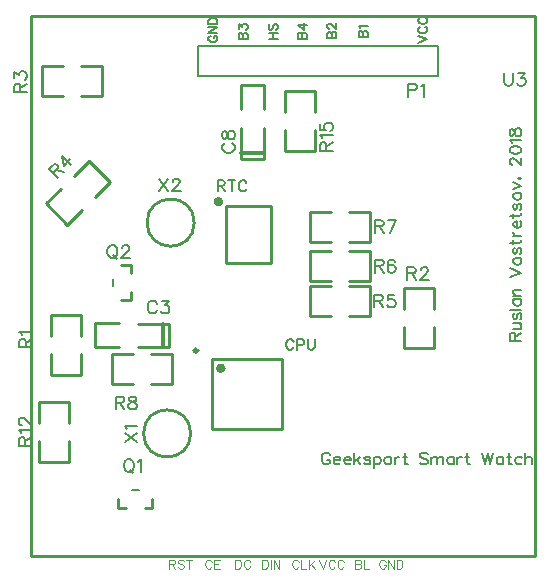
<source format=gto>
G04 ---------------------------- Layer name :TOP SILK LAYER*
G04 EasyEDA v5.5.14, Thu, 21 Jun 2018 15:21:40 GMT*
G04 9a38f802714640338dee6b1ee23c8345*
G04 Gerber Generator version 0.2*
G04 Scale: 100 percent, Rotated: No, Reflected: No *
G04 Dimensions in millimeters *
G04 leading zeros omitted , absolute positions ,3 integer and 3 decimal *
%FSLAX33Y33*%
%MOMM*%
G90*
G71D02*

%ADD10C,0.254000*%
%ADD37C,0.200000*%
%ADD38C,0.203200*%
%ADD39C,0.202999*%
%ADD40C,0.330200*%
%ADD41C,0.299999*%
%ADD42C,0.399999*%
%ADD43C,0.177800*%
%ADD44C,0.101600*%

%LPD*%
G54D10*
G01X24643Y19136D02*
G01X18745Y19136D01*
G01X18745Y13238D01*
G01X24643Y13238D01*
G01X24643Y19136D01*
G01X23211Y32105D02*
G01X19906Y32105D01*
G01X19906Y27305D01*
G01X23716Y27305D01*
G01X23716Y32105D01*
G01X23211Y32105D01*
G01X28839Y31617D02*
G01X27061Y31617D01*
G01X27061Y29077D01*
G01X28839Y29077D01*
G01X30363Y29077D02*
G01X32141Y29077D01*
G01X32141Y31617D01*
G01X30363Y31617D01*
G01X37571Y23413D02*
G01X37571Y25191D01*
G01X35031Y25191D01*
G01X35031Y23413D01*
G01X35031Y21889D02*
G01X35031Y20111D01*
G01X37571Y20111D01*
G01X37571Y21889D01*
G01X28837Y25321D02*
G01X27059Y25321D01*
G01X27059Y22781D01*
G01X28837Y22781D01*
G01X30361Y22781D02*
G01X32139Y22781D01*
G01X32139Y25321D01*
G01X30361Y25321D01*
G01X28837Y28321D02*
G01X27059Y28321D01*
G01X27059Y25781D01*
G01X28837Y25781D01*
G01X30361Y25781D02*
G01X32139Y25781D01*
G01X32139Y28321D01*
G01X30361Y28321D01*
G01X5961Y33609D02*
G01X4704Y32352D01*
G01X6500Y30553D01*
G01X7757Y31810D01*
G01X8837Y32890D02*
G01X10091Y34147D01*
G01X8296Y35943D01*
G01X7038Y34686D01*
G01X12037Y19570D02*
G01X10259Y19570D01*
G01X10259Y17030D01*
G01X12037Y17030D01*
G01X13561Y17030D02*
G01X15339Y17030D01*
G01X15339Y19570D01*
G01X13561Y19570D01*
G01X6619Y13761D02*
G01X6619Y15539D01*
G01X4079Y15539D01*
G01X4079Y13761D01*
G01X4079Y12237D02*
G01X4079Y10459D01*
G01X6619Y10459D01*
G01X6619Y12237D01*
G01X27469Y40112D02*
G01X27469Y41890D01*
G01X24929Y41890D01*
G01X24929Y40112D01*
G01X24929Y38588D02*
G01X24929Y36810D01*
G01X27469Y36810D01*
G01X27469Y38588D01*
G01X11882Y24851D02*
G01X11882Y24190D01*
G01X11882Y24851D01*
G01X11882Y24190D01*
G01X11067Y24190D01*
G01X11067Y27111D02*
G01X11882Y27111D01*
G01X11882Y26451D01*
G54D37*
G01X10333Y25951D02*
G01X10333Y25351D01*
G54D10*
G01X11450Y6520D02*
G01X10790Y6520D01*
G01X11450Y6520D01*
G01X10790Y6520D01*
G01X10790Y7335D01*
G01X13711Y7335D02*
G01X13711Y6520D01*
G01X13051Y6520D01*
G54D37*
G01X12550Y8069D02*
G01X11951Y8069D01*
G54D10*
G01X5128Y19636D02*
G01X5128Y17858D01*
G01X7668Y17858D01*
G01X7668Y19636D01*
G01X7668Y21160D02*
G01X7668Y22938D01*
G01X5128Y22938D01*
G01X5128Y21160D01*
G01X7663Y41429D02*
G01X9441Y41429D01*
G01X9441Y43969D01*
G01X7663Y43969D01*
G01X6139Y43969D02*
G01X4361Y43969D01*
G01X4361Y41429D01*
G01X6139Y41429D01*
G54D38*
G01X17569Y43129D02*
G01X17569Y45669D01*
G01X37889Y45669D01*
G01X37889Y43129D01*
G01X35984Y43129D01*
G54D39*
G01X17569Y43129D02*
G01X35984Y43129D01*
G54D10*
G01X12489Y22165D02*
G01X15080Y22165D01*
G01X15080Y20183D01*
G01X12489Y20183D01*
G54D40*
G01X14572Y20234D02*
G01X14572Y22114D01*
G54D10*
G01X10864Y20183D02*
G01X8822Y20183D01*
G01X8822Y22185D01*
G01X10864Y22185D01*
G01X23165Y38710D02*
G01X23165Y36119D01*
G01X21183Y36119D01*
G01X21183Y38710D01*
G54D40*
G01X21234Y36627D02*
G01X23114Y36627D01*
G54D10*
G01X21183Y40335D02*
G01X21183Y42377D01*
G01X23185Y42377D01*
G01X23185Y40335D01*
G01X3404Y2537D02*
G01X46076Y2537D01*
G01X46076Y2537D02*
G01X46076Y48257D01*
G01X3404Y2537D02*
G01X3404Y48257D01*
G01X3404Y48257D02*
G01X46076Y48257D01*
G54D43*
G01X25692Y20627D02*
G01X25649Y20713D01*
G01X25565Y20800D01*
G01X25479Y20840D01*
G01X25306Y20840D01*
G01X25222Y20800D01*
G01X25136Y20713D01*
G01X25093Y20627D01*
G01X25049Y20497D01*
G01X25049Y20284D01*
G01X25093Y20154D01*
G01X25136Y20071D01*
G01X25222Y19984D01*
G01X25306Y19941D01*
G01X25479Y19941D01*
G01X25565Y19984D01*
G01X25649Y20071D01*
G01X25692Y20154D01*
G01X25977Y20840D02*
G01X25977Y19941D01*
G01X25977Y20840D02*
G01X26360Y20840D01*
G01X26490Y20800D01*
G01X26533Y20756D01*
G01X26576Y20670D01*
G01X26576Y20541D01*
G01X26533Y20457D01*
G01X26490Y20414D01*
G01X26360Y20370D01*
G01X25977Y20370D01*
G01X26858Y20840D02*
G01X26858Y20198D01*
G01X26901Y20071D01*
G01X26988Y19984D01*
G01X27115Y19941D01*
G01X27201Y19941D01*
G01X27330Y19984D01*
G01X27417Y20071D01*
G01X27457Y20198D01*
G01X27457Y20840D01*
G01X19251Y34292D02*
G01X19251Y33390D01*
G01X19251Y34292D02*
G01X19634Y34292D01*
G01X19764Y34249D01*
G01X19807Y34206D01*
G01X19850Y34119D01*
G01X19850Y34036D01*
G01X19807Y33949D01*
G01X19764Y33906D01*
G01X19634Y33863D01*
G01X19251Y33863D01*
G01X19550Y33863D02*
G01X19850Y33390D01*
G01X20432Y34292D02*
G01X20432Y33390D01*
G01X20132Y34292D02*
G01X20731Y34292D01*
G01X21659Y34076D02*
G01X21615Y34163D01*
G01X21529Y34249D01*
G01X21445Y34292D01*
G01X21273Y34292D01*
G01X21186Y34249D01*
G01X21102Y34163D01*
G01X21059Y34076D01*
G01X21016Y33949D01*
G01X21016Y33733D01*
G01X21059Y33606D01*
G01X21102Y33520D01*
G01X21186Y33434D01*
G01X21273Y33390D01*
G01X21445Y33390D01*
G01X21529Y33434D01*
G01X21615Y33520D01*
G01X21659Y33606D01*
G01X32549Y30922D02*
G01X32549Y29832D01*
G01X32549Y30922D02*
G01X33017Y30922D01*
G01X33172Y30871D01*
G01X33225Y30820D01*
G01X33276Y30716D01*
G01X33276Y30612D01*
G01X33225Y30508D01*
G01X33172Y30455D01*
G01X33017Y30404D01*
G01X32549Y30404D01*
G01X32913Y30404D02*
G01X33276Y29832D01*
G01X34348Y30922D02*
G01X33827Y29832D01*
G01X33619Y30922D02*
G01X34348Y30922D01*
G01X35299Y26949D02*
G01X35299Y25860D01*
G01X35299Y26949D02*
G01X35767Y26949D01*
G01X35922Y26899D01*
G01X35975Y26848D01*
G01X36026Y26744D01*
G01X36026Y26640D01*
G01X35975Y26535D01*
G01X35922Y26482D01*
G01X35767Y26431D01*
G01X35299Y26431D01*
G01X35663Y26431D02*
G01X36026Y25860D01*
G01X36422Y26690D02*
G01X36422Y26744D01*
G01X36473Y26848D01*
G01X36526Y26899D01*
G01X36630Y26949D01*
G01X36836Y26949D01*
G01X36940Y26899D01*
G01X36994Y26848D01*
G01X37044Y26744D01*
G01X37044Y26640D01*
G01X36994Y26535D01*
G01X36889Y26378D01*
G01X36369Y25860D01*
G01X37098Y25860D01*
G01X32501Y24627D02*
G01X32501Y23537D01*
G01X32501Y24627D02*
G01X32968Y24627D01*
G01X33123Y24576D01*
G01X33177Y24525D01*
G01X33227Y24421D01*
G01X33227Y24317D01*
G01X33177Y24213D01*
G01X33123Y24160D01*
G01X32968Y24109D01*
G01X32501Y24109D01*
G01X32864Y24109D02*
G01X33227Y23537D01*
G01X34195Y24627D02*
G01X33675Y24627D01*
G01X33624Y24160D01*
G01X33675Y24213D01*
G01X33832Y24264D01*
G01X33987Y24264D01*
G01X34142Y24213D01*
G01X34246Y24109D01*
G01X34299Y23954D01*
G01X34299Y23850D01*
G01X34246Y23692D01*
G01X34142Y23588D01*
G01X33987Y23537D01*
G01X33832Y23537D01*
G01X33675Y23588D01*
G01X33624Y23641D01*
G01X33570Y23746D01*
G01X32549Y27572D02*
G01X32549Y26482D01*
G01X32549Y27572D02*
G01X33017Y27572D01*
G01X33172Y27521D01*
G01X33225Y27470D01*
G01X33276Y27366D01*
G01X33276Y27262D01*
G01X33225Y27158D01*
G01X33172Y27105D01*
G01X33017Y27054D01*
G01X32549Y27054D01*
G01X32913Y27054D02*
G01X33276Y26482D01*
G01X34244Y27417D02*
G01X34190Y27521D01*
G01X34035Y27572D01*
G01X33931Y27572D01*
G01X33776Y27521D01*
G01X33672Y27366D01*
G01X33619Y27105D01*
G01X33619Y26845D01*
G01X33672Y26637D01*
G01X33776Y26533D01*
G01X33931Y26482D01*
G01X33984Y26482D01*
G01X34139Y26533D01*
G01X34244Y26637D01*
G01X34294Y26795D01*
G01X34294Y26845D01*
G01X34244Y27000D01*
G01X34139Y27105D01*
G01X33984Y27158D01*
G01X33931Y27158D01*
G01X33776Y27105D01*
G01X33672Y27000D01*
G01X33619Y26845D01*
G01X4950Y35275D02*
G01X5720Y34505D01*
G01X4950Y35275D02*
G01X5280Y35606D01*
G01X5425Y35679D01*
G01X5499Y35681D01*
G01X5609Y35643D01*
G01X5682Y35570D01*
G01X5720Y35460D01*
G01X5720Y35385D01*
G01X5646Y35239D01*
G01X5316Y34909D01*
G01X5573Y35165D02*
G01X6234Y35018D01*
G01X6074Y36399D02*
G01X6219Y35518D01*
G01X6771Y36069D01*
G01X6074Y36399D02*
G01X6844Y35629D01*
G01X10599Y15999D02*
G01X10599Y14910D01*
G01X10599Y15999D02*
G01X11067Y15999D01*
G01X11222Y15949D01*
G01X11275Y15898D01*
G01X11326Y15794D01*
G01X11326Y15690D01*
G01X11275Y15585D01*
G01X11222Y15532D01*
G01X11067Y15481D01*
G01X10599Y15481D01*
G01X10963Y15481D02*
G01X11326Y14910D01*
G01X11930Y15999D02*
G01X11773Y15949D01*
G01X11722Y15845D01*
G01X11722Y15740D01*
G01X11773Y15636D01*
G01X11877Y15585D01*
G01X12085Y15532D01*
G01X12240Y15481D01*
G01X12344Y15377D01*
G01X12398Y15273D01*
G01X12398Y15118D01*
G01X12344Y15014D01*
G01X12294Y14961D01*
G01X12136Y14910D01*
G01X11930Y14910D01*
G01X11773Y14961D01*
G01X11722Y15014D01*
G01X11669Y15118D01*
G01X11669Y15273D01*
G01X11722Y15377D01*
G01X11826Y15481D01*
G01X11981Y15532D01*
G01X12189Y15585D01*
G01X12294Y15636D01*
G01X12344Y15740D01*
G01X12344Y15845D01*
G01X12294Y15949D01*
G01X12136Y15999D01*
G01X11930Y15999D01*
G01X2400Y11849D02*
G01X3489Y11849D01*
G01X2400Y11849D02*
G01X2400Y12317D01*
G01X2450Y12471D01*
G01X2501Y12525D01*
G01X2605Y12576D01*
G01X2709Y12576D01*
G01X2814Y12525D01*
G01X2867Y12471D01*
G01X2918Y12317D01*
G01X2918Y11849D01*
G01X2918Y12212D02*
G01X3489Y12576D01*
G01X2605Y12919D02*
G01X2554Y13023D01*
G01X2400Y13180D01*
G01X3489Y13180D01*
G01X2659Y13574D02*
G01X2605Y13574D01*
G01X2501Y13627D01*
G01X2450Y13678D01*
G01X2400Y13782D01*
G01X2400Y13990D01*
G01X2450Y14095D01*
G01X2501Y14145D01*
G01X2605Y14199D01*
G01X2709Y14199D01*
G01X2814Y14145D01*
G01X2971Y14041D01*
G01X3489Y13523D01*
G01X3489Y14249D01*
G01X27899Y36799D02*
G01X28989Y36799D01*
G01X27899Y36799D02*
G01X27899Y37266D01*
G01X27950Y37421D01*
G01X28001Y37475D01*
G01X28105Y37526D01*
G01X28209Y37526D01*
G01X28313Y37475D01*
G01X28367Y37421D01*
G01X28418Y37266D01*
G01X28418Y36799D01*
G01X28418Y37162D02*
G01X28989Y37526D01*
G01X28105Y37868D02*
G01X28054Y37973D01*
G01X27899Y38130D01*
G01X28989Y38130D01*
G01X27899Y39095D02*
G01X27899Y38577D01*
G01X28367Y38524D01*
G01X28313Y38577D01*
G01X28263Y38732D01*
G01X28263Y38887D01*
G01X28313Y39044D01*
G01X28418Y39149D01*
G01X28573Y39199D01*
G01X28677Y39199D01*
G01X28834Y39149D01*
G01X28938Y39044D01*
G01X28989Y38887D01*
G01X28989Y38732D01*
G01X28938Y38577D01*
G01X28885Y38524D01*
G01X28781Y38473D01*
G01X10214Y28820D02*
G01X10110Y28769D01*
G01X10006Y28665D01*
G01X9953Y28561D01*
G01X9902Y28406D01*
G01X9902Y28147D01*
G01X9953Y27989D01*
G01X10006Y27885D01*
G01X10110Y27781D01*
G01X10214Y27730D01*
G01X10423Y27730D01*
G01X10524Y27781D01*
G01X10628Y27885D01*
G01X10682Y27989D01*
G01X10733Y28147D01*
G01X10733Y28406D01*
G01X10682Y28561D01*
G01X10628Y28665D01*
G01X10524Y28769D01*
G01X10423Y28820D01*
G01X10214Y28820D01*
G01X10369Y27939D02*
G01X10682Y27626D01*
G01X11129Y28561D02*
G01X11129Y28614D01*
G01X11180Y28718D01*
G01X11233Y28769D01*
G01X11337Y28820D01*
G01X11543Y28820D01*
G01X11647Y28769D01*
G01X11700Y28718D01*
G01X11751Y28614D01*
G01X11751Y28510D01*
G01X11700Y28406D01*
G01X11596Y28249D01*
G01X11076Y27730D01*
G01X11805Y27730D01*
G01X11612Y10699D02*
G01X11508Y10649D01*
G01X11404Y10545D01*
G01X11350Y10440D01*
G01X11299Y10285D01*
G01X11299Y10026D01*
G01X11350Y9869D01*
G01X11404Y9765D01*
G01X11508Y9661D01*
G01X11612Y9610D01*
G01X11820Y9610D01*
G01X11922Y9661D01*
G01X12026Y9765D01*
G01X12079Y9869D01*
G01X12130Y10026D01*
G01X12130Y10285D01*
G01X12079Y10440D01*
G01X12026Y10545D01*
G01X11922Y10649D01*
G01X11820Y10699D01*
G01X11612Y10699D01*
G01X11767Y9818D02*
G01X12079Y9506D01*
G01X12473Y10494D02*
G01X12577Y10545D01*
G01X12735Y10699D01*
G01X12735Y9610D01*
G01X14299Y34449D02*
G01X15026Y33360D01*
G01X15026Y34449D02*
G01X14299Y33360D01*
G01X15422Y34190D02*
G01X15422Y34244D01*
G01X15473Y34348D01*
G01X15526Y34399D01*
G01X15630Y34449D01*
G01X15836Y34449D01*
G01X15940Y34399D01*
G01X15994Y34348D01*
G01X16044Y34244D01*
G01X16044Y34140D01*
G01X15994Y34035D01*
G01X15890Y33878D01*
G01X15369Y33360D01*
G01X16098Y33360D01*
G01X11349Y12168D02*
G01X12439Y12895D01*
G01X11349Y12895D02*
G01X12439Y12168D01*
G01X11555Y13238D02*
G01X11504Y13342D01*
G01X11349Y13499D01*
G01X12439Y13499D01*
G01X2449Y20168D02*
G01X3539Y20168D01*
G01X2449Y20168D02*
G01X2449Y20636D01*
G01X2500Y20791D01*
G01X2551Y20844D01*
G01X2655Y20895D01*
G01X2759Y20895D01*
G01X2864Y20844D01*
G01X2917Y20791D01*
G01X2968Y20636D01*
G01X2968Y20168D01*
G01X2968Y20532D02*
G01X3539Y20895D01*
G01X2655Y21238D02*
G01X2604Y21342D01*
G01X2449Y21499D01*
G01X3539Y21499D01*
G01X1999Y41751D02*
G01X3089Y41751D01*
G01X1999Y41751D02*
G01X1999Y42218D01*
G01X2050Y42373D01*
G01X2101Y42427D01*
G01X2205Y42478D01*
G01X2309Y42478D01*
G01X2414Y42427D01*
G01X2467Y42373D01*
G01X2518Y42218D01*
G01X2518Y41751D01*
G01X2518Y42114D02*
G01X3089Y42478D01*
G01X1999Y42925D02*
G01X1999Y43496D01*
G01X2414Y43186D01*
G01X2414Y43341D01*
G01X2467Y43445D01*
G01X2518Y43496D01*
G01X2673Y43549D01*
G01X2777Y43549D01*
G01X2934Y43496D01*
G01X3038Y43392D01*
G01X3089Y43237D01*
G01X3089Y43082D01*
G01X3038Y42925D01*
G01X2985Y42874D01*
G01X2881Y42820D01*
G01X35349Y42481D02*
G01X35349Y41392D01*
G01X35349Y42481D02*
G01X35817Y42481D01*
G01X35972Y42431D01*
G01X36025Y42380D01*
G01X36076Y42276D01*
G01X36076Y42118D01*
G01X36025Y42014D01*
G01X35972Y41963D01*
G01X35817Y41910D01*
G01X35349Y41910D01*
G01X36419Y42276D02*
G01X36523Y42326D01*
G01X36680Y42481D01*
G01X36680Y41392D01*
G01X14079Y23863D02*
G01X14026Y23967D01*
G01X13922Y24071D01*
G01X13820Y24122D01*
G01X13612Y24122D01*
G01X13508Y24071D01*
G01X13404Y23967D01*
G01X13350Y23863D01*
G01X13299Y23708D01*
G01X13299Y23449D01*
G01X13350Y23291D01*
G01X13404Y23187D01*
G01X13508Y23083D01*
G01X13612Y23032D01*
G01X13820Y23032D01*
G01X13922Y23083D01*
G01X14026Y23187D01*
G01X14079Y23291D01*
G01X14526Y24122D02*
G01X15098Y24122D01*
G01X14785Y23708D01*
G01X14940Y23708D01*
G01X15044Y23655D01*
G01X15098Y23604D01*
G01X15149Y23449D01*
G01X15149Y23345D01*
G01X15098Y23187D01*
G01X14994Y23083D01*
G01X14836Y23032D01*
G01X14681Y23032D01*
G01X14526Y23083D01*
G01X14473Y23137D01*
G01X14422Y23241D01*
G01X19859Y37430D02*
G01X19754Y37377D01*
G01X19650Y37273D01*
G01X19599Y37171D01*
G01X19599Y36963D01*
G01X19650Y36859D01*
G01X19754Y36754D01*
G01X19859Y36701D01*
G01X20013Y36650D01*
G01X20273Y36650D01*
G01X20430Y36701D01*
G01X20534Y36754D01*
G01X20638Y36859D01*
G01X20689Y36963D01*
G01X20689Y37171D01*
G01X20638Y37273D01*
G01X20534Y37377D01*
G01X20430Y37430D01*
G01X19599Y38032D02*
G01X19650Y37877D01*
G01X19754Y37824D01*
G01X19859Y37824D01*
G01X19963Y37877D01*
G01X20013Y37981D01*
G01X20067Y38187D01*
G01X20118Y38344D01*
G01X20222Y38449D01*
G01X20326Y38499D01*
G01X20481Y38499D01*
G01X20585Y38449D01*
G01X20638Y38395D01*
G01X20689Y38240D01*
G01X20689Y38032D01*
G01X20638Y37877D01*
G01X20585Y37824D01*
G01X20481Y37773D01*
G01X20326Y37773D01*
G01X20222Y37824D01*
G01X20118Y37928D01*
G01X20067Y38085D01*
G01X20013Y38291D01*
G01X19963Y38395D01*
G01X19859Y38449D01*
G01X19754Y38449D01*
G01X19650Y38395D01*
G01X19599Y38240D01*
G01X19599Y38032D01*
G01X43500Y43398D02*
G01X43500Y42621D01*
G01X43551Y42463D01*
G01X43655Y42359D01*
G01X43812Y42308D01*
G01X43917Y42308D01*
G01X44072Y42359D01*
G01X44176Y42463D01*
G01X44226Y42621D01*
G01X44226Y43398D01*
G01X44674Y43398D02*
G01X45245Y43398D01*
G01X44933Y42984D01*
G01X45090Y42984D01*
G01X45194Y42931D01*
G01X45245Y42880D01*
G01X45298Y42725D01*
G01X45298Y42621D01*
G01X45245Y42463D01*
G01X45141Y42359D01*
G01X44986Y42308D01*
G01X44831Y42308D01*
G01X44674Y42359D01*
G01X44623Y42412D01*
G01X44569Y42517D01*
G54D44*
G01X18720Y1991D02*
G01X18685Y2062D01*
G01X18616Y2131D01*
G01X18545Y2166D01*
G01X18408Y2166D01*
G01X18339Y2131D01*
G01X18268Y2062D01*
G01X18235Y1991D01*
G01X18199Y1889D01*
G01X18199Y1714D01*
G01X18235Y1610D01*
G01X18268Y1541D01*
G01X18339Y1473D01*
G01X18408Y1437D01*
G01X18545Y1437D01*
G01X18616Y1473D01*
G01X18685Y1541D01*
G01X18720Y1610D01*
G01X18949Y2166D02*
G01X18949Y1437D01*
G01X18949Y2166D02*
G01X19398Y2166D01*
G01X18949Y1818D02*
G01X19226Y1818D01*
G01X18949Y1437D02*
G01X19398Y1437D01*
G01X15151Y2166D02*
G01X15151Y1437D01*
G01X15151Y2166D02*
G01X15464Y2166D01*
G01X15568Y2131D01*
G01X15601Y2095D01*
G01X15637Y2026D01*
G01X15637Y1958D01*
G01X15601Y1889D01*
G01X15568Y1854D01*
G01X15464Y1818D01*
G01X15151Y1818D01*
G01X15393Y1818D02*
G01X15637Y1437D01*
G01X16350Y2062D02*
G01X16282Y2131D01*
G01X16178Y2166D01*
G01X16038Y2166D01*
G01X15934Y2131D01*
G01X15865Y2062D01*
G01X15865Y1991D01*
G01X15901Y1922D01*
G01X15934Y1889D01*
G01X16002Y1854D01*
G01X16211Y1785D01*
G01X16282Y1750D01*
G01X16315Y1714D01*
G01X16350Y1645D01*
G01X16350Y1541D01*
G01X16282Y1473D01*
G01X16178Y1437D01*
G01X16038Y1437D01*
G01X15934Y1473D01*
G01X15865Y1541D01*
G01X16820Y2166D02*
G01X16820Y1437D01*
G01X16579Y2166D02*
G01X17064Y2166D01*
G01X23025Y2166D02*
G01X23025Y1437D01*
G01X23025Y2166D02*
G01X23267Y2166D01*
G01X23371Y2131D01*
G01X23442Y2062D01*
G01X23475Y1991D01*
G01X23511Y1889D01*
G01X23511Y1714D01*
G01X23475Y1610D01*
G01X23442Y1541D01*
G01X23371Y1473D01*
G01X23267Y1437D01*
G01X23025Y1437D01*
G01X23739Y2166D02*
G01X23739Y1437D01*
G01X23968Y2166D02*
G01X23968Y1437D01*
G01X23968Y2166D02*
G01X24453Y1437D01*
G01X24453Y2166D02*
G01X24453Y1437D01*
G01X20739Y2166D02*
G01X20739Y1437D01*
G01X20739Y2166D02*
G01X20981Y2166D01*
G01X21085Y2131D01*
G01X21156Y2062D01*
G01X21189Y1991D01*
G01X21225Y1889D01*
G01X21225Y1714D01*
G01X21189Y1610D01*
G01X21156Y1541D01*
G01X21085Y1473D01*
G01X20981Y1437D01*
G01X20739Y1437D01*
G01X21971Y1991D02*
G01X21938Y2062D01*
G01X21870Y2131D01*
G01X21799Y2166D01*
G01X21661Y2166D01*
G01X21590Y2131D01*
G01X21522Y2062D01*
G01X21489Y1991D01*
G01X21453Y1889D01*
G01X21453Y1714D01*
G01X21489Y1610D01*
G01X21522Y1541D01*
G01X21590Y1473D01*
G01X21661Y1437D01*
G01X21799Y1437D01*
G01X21870Y1473D01*
G01X21938Y1541D01*
G01X21971Y1610D01*
G01X26086Y1991D02*
G01X26051Y2062D01*
G01X25982Y2131D01*
G01X25911Y2166D01*
G01X25774Y2166D01*
G01X25705Y2131D01*
G01X25634Y2062D01*
G01X25601Y1991D01*
G01X25565Y1889D01*
G01X25565Y1714D01*
G01X25601Y1610D01*
G01X25634Y1541D01*
G01X25705Y1473D01*
G01X25774Y1437D01*
G01X25911Y1437D01*
G01X25982Y1473D01*
G01X26051Y1541D01*
G01X26086Y1610D01*
G01X26315Y2166D02*
G01X26315Y1437D01*
G01X26315Y1437D02*
G01X26729Y1437D01*
G01X26957Y2166D02*
G01X26957Y1437D01*
G01X27442Y2166D02*
G01X26957Y1681D01*
G01X27130Y1854D02*
G01X27442Y1437D01*
G01X27851Y2166D02*
G01X28128Y1437D01*
G01X28405Y2166D02*
G01X28128Y1437D01*
G01X29154Y1991D02*
G01X29119Y2062D01*
G01X29050Y2131D01*
G01X28982Y2166D01*
G01X28842Y2166D01*
G01X28773Y2131D01*
G01X28702Y2062D01*
G01X28669Y1991D01*
G01X28634Y1889D01*
G01X28634Y1714D01*
G01X28669Y1610D01*
G01X28702Y1541D01*
G01X28773Y1473D01*
G01X28842Y1437D01*
G01X28982Y1437D01*
G01X29050Y1473D01*
G01X29119Y1541D01*
G01X29154Y1610D01*
G01X29901Y1991D02*
G01X29868Y2062D01*
G01X29797Y2131D01*
G01X29728Y2166D01*
G01X29591Y2166D01*
G01X29520Y2131D01*
G01X29452Y2062D01*
G01X29416Y1991D01*
G01X29383Y1889D01*
G01X29383Y1714D01*
G01X29416Y1610D01*
G01X29452Y1541D01*
G01X29520Y1473D01*
G01X29591Y1437D01*
G01X29728Y1437D01*
G01X29797Y1473D01*
G01X29868Y1541D01*
G01X29901Y1610D01*
G01X30899Y2166D02*
G01X30899Y1437D01*
G01X30899Y2166D02*
G01X31212Y2166D01*
G01X31316Y2131D01*
G01X31349Y2095D01*
G01X31385Y2026D01*
G01X31385Y1958D01*
G01X31349Y1889D01*
G01X31316Y1854D01*
G01X31212Y1818D01*
G01X30899Y1818D02*
G01X31212Y1818D01*
G01X31316Y1785D01*
G01X31349Y1750D01*
G01X31385Y1681D01*
G01X31385Y1577D01*
G01X31349Y1508D01*
G01X31316Y1473D01*
G01X31212Y1437D01*
G01X30899Y1437D01*
G01X31613Y2166D02*
G01X31613Y1437D01*
G01X31613Y1437D02*
G01X32030Y1437D01*
G01X33452Y1991D02*
G01X33417Y2062D01*
G01X33348Y2131D01*
G01X33277Y2166D01*
G01X33140Y2166D01*
G01X33071Y2131D01*
G01X33000Y2062D01*
G01X32967Y1991D01*
G01X32931Y1889D01*
G01X32931Y1714D01*
G01X32967Y1610D01*
G01X33000Y1541D01*
G01X33071Y1473D01*
G01X33140Y1437D01*
G01X33277Y1437D01*
G01X33348Y1473D01*
G01X33417Y1541D01*
G01X33452Y1610D01*
G01X33452Y1714D01*
G01X33277Y1714D02*
G01X33452Y1714D01*
G01X33681Y2166D02*
G01X33681Y1437D01*
G01X33681Y2166D02*
G01X34163Y1437D01*
G01X34163Y2166D02*
G01X34163Y1437D01*
G01X34392Y2166D02*
G01X34392Y1437D01*
G01X34392Y2166D02*
G01X34636Y2166D01*
G01X34740Y2131D01*
G01X34808Y2062D01*
G01X34844Y1991D01*
G01X34877Y1889D01*
G01X34877Y1714D01*
G01X34844Y1610D01*
G01X34808Y1541D01*
G01X34740Y1473D01*
G01X34636Y1437D01*
G01X34392Y1437D01*
G54D38*
G01X28753Y11013D02*
G01X28707Y11107D01*
G01X28613Y11201D01*
G01X28519Y11249D01*
G01X28331Y11249D01*
G01X28237Y11201D01*
G01X28143Y11107D01*
G01X28098Y11013D01*
G01X28049Y10874D01*
G01X28049Y10640D01*
G01X28098Y10498D01*
G01X28143Y10404D01*
G01X28237Y10310D01*
G01X28331Y10264D01*
G01X28519Y10264D01*
G01X28613Y10310D01*
G01X28707Y10404D01*
G01X28753Y10498D01*
G01X28753Y10640D01*
G01X28519Y10640D02*
G01X28753Y10640D01*
G01X29063Y10640D02*
G01X29627Y10640D01*
G01X29627Y10734D01*
G01X29579Y10825D01*
G01X29533Y10874D01*
G01X29439Y10919D01*
G01X29297Y10919D01*
G01X29203Y10874D01*
G01X29111Y10780D01*
G01X29063Y10640D01*
G01X29063Y10546D01*
G01X29111Y10404D01*
G01X29203Y10310D01*
G01X29297Y10264D01*
G01X29439Y10264D01*
G01X29533Y10310D01*
G01X29627Y10404D01*
G01X29937Y10640D02*
G01X30498Y10640D01*
G01X30498Y10734D01*
G01X30452Y10825D01*
G01X30404Y10874D01*
G01X30310Y10919D01*
G01X30170Y10919D01*
G01X30076Y10874D01*
G01X29982Y10780D01*
G01X29937Y10640D01*
G01X29937Y10546D01*
G01X29982Y10404D01*
G01X30076Y10310D01*
G01X30170Y10264D01*
G01X30310Y10264D01*
G01X30404Y10310D01*
G01X30498Y10404D01*
G01X30808Y11249D02*
G01X30808Y10264D01*
G01X31278Y10919D02*
G01X30808Y10452D01*
G01X30996Y10640D02*
G01X31324Y10264D01*
G01X32149Y10780D02*
G01X32103Y10874D01*
G01X31961Y10919D01*
G01X31821Y10919D01*
G01X31682Y10874D01*
G01X31633Y10780D01*
G01X31682Y10686D01*
G01X31776Y10640D01*
G01X32009Y10592D01*
G01X32103Y10546D01*
G01X32149Y10452D01*
G01X32149Y10404D01*
G01X32103Y10310D01*
G01X31961Y10264D01*
G01X31821Y10264D01*
G01X31682Y10310D01*
G01X31633Y10404D01*
G01X32459Y10919D02*
G01X32459Y9936D01*
G01X32459Y10780D02*
G01X32553Y10874D01*
G01X32647Y10919D01*
G01X32787Y10919D01*
G01X32881Y10874D01*
G01X32975Y10780D01*
G01X33023Y10640D01*
G01X33023Y10546D01*
G01X32975Y10404D01*
G01X32881Y10310D01*
G01X32787Y10264D01*
G01X32647Y10264D01*
G01X32553Y10310D01*
G01X32459Y10404D01*
G01X33566Y10919D02*
G01X33472Y10874D01*
G01X33378Y10780D01*
G01X33333Y10640D01*
G01X33333Y10546D01*
G01X33378Y10404D01*
G01X33472Y10310D01*
G01X33566Y10264D01*
G01X33706Y10264D01*
G01X33800Y10310D01*
G01X33894Y10404D01*
G01X33942Y10546D01*
G01X33942Y10640D01*
G01X33894Y10780D01*
G01X33800Y10874D01*
G01X33706Y10919D01*
G01X33566Y10919D01*
G01X34252Y10919D02*
G01X34252Y10264D01*
G01X34252Y10640D02*
G01X34298Y10780D01*
G01X34392Y10874D01*
G01X34486Y10919D01*
G01X34626Y10919D01*
G01X35078Y11249D02*
G01X35078Y10452D01*
G01X35123Y10310D01*
G01X35217Y10264D01*
G01X35311Y10264D01*
G01X34935Y10919D02*
G01X35266Y10919D01*
G01X37000Y11107D02*
G01X36906Y11201D01*
G01X36767Y11249D01*
G01X36579Y11249D01*
G01X36437Y11201D01*
G01X36343Y11107D01*
G01X36343Y11013D01*
G01X36391Y10919D01*
G01X36437Y10874D01*
G01X36531Y10825D01*
G01X36812Y10734D01*
G01X36906Y10686D01*
G01X36952Y10640D01*
G01X37000Y10546D01*
G01X37000Y10404D01*
G01X36906Y10310D01*
G01X36767Y10264D01*
G01X36579Y10264D01*
G01X36437Y10310D01*
G01X36343Y10404D01*
G01X37310Y10919D02*
G01X37310Y10264D01*
G01X37310Y10734D02*
G01X37450Y10874D01*
G01X37544Y10919D01*
G01X37686Y10919D01*
G01X37778Y10874D01*
G01X37826Y10734D01*
G01X37826Y10264D01*
G01X37826Y10734D02*
G01X37966Y10874D01*
G01X38060Y10919D01*
G01X38202Y10919D01*
G01X38296Y10874D01*
G01X38342Y10734D01*
G01X38342Y10264D01*
G01X39215Y10919D02*
G01X39215Y10264D01*
G01X39215Y10780D02*
G01X39121Y10874D01*
G01X39027Y10919D01*
G01X38885Y10919D01*
G01X38791Y10874D01*
G01X38697Y10780D01*
G01X38651Y10640D01*
G01X38651Y10546D01*
G01X38697Y10404D01*
G01X38791Y10310D01*
G01X38885Y10264D01*
G01X39027Y10264D01*
G01X39121Y10310D01*
G01X39215Y10404D01*
G01X39523Y10919D02*
G01X39523Y10264D01*
G01X39523Y10640D02*
G01X39571Y10780D01*
G01X39665Y10874D01*
G01X39759Y10919D01*
G01X39899Y10919D01*
G01X40351Y11249D02*
G01X40351Y10452D01*
G01X40396Y10310D01*
G01X40490Y10264D01*
G01X40584Y10264D01*
G01X40208Y10919D02*
G01X40536Y10919D01*
G01X41616Y11249D02*
G01X41849Y10264D01*
G01X42085Y11249D02*
G01X41849Y10264D01*
G01X42085Y11249D02*
G01X42319Y10264D01*
G01X42555Y11249D02*
G01X42319Y10264D01*
G01X43427Y10919D02*
G01X43427Y10264D01*
G01X43427Y10780D02*
G01X43333Y10874D01*
G01X43239Y10919D01*
G01X43099Y10919D01*
G01X43005Y10874D01*
G01X42911Y10780D01*
G01X42863Y10640D01*
G01X42863Y10546D01*
G01X42911Y10404D01*
G01X43005Y10310D01*
G01X43099Y10264D01*
G01X43239Y10264D01*
G01X43333Y10310D01*
G01X43427Y10404D01*
G01X43876Y11249D02*
G01X43876Y10452D01*
G01X43924Y10310D01*
G01X44018Y10264D01*
G01X44112Y10264D01*
G01X43736Y10919D02*
G01X44064Y10919D01*
G01X44984Y10780D02*
G01X44890Y10874D01*
G01X44796Y10919D01*
G01X44656Y10919D01*
G01X44562Y10874D01*
G01X44468Y10780D01*
G01X44422Y10640D01*
G01X44422Y10546D01*
G01X44468Y10404D01*
G01X44562Y10310D01*
G01X44656Y10264D01*
G01X44796Y10264D01*
G01X44890Y10310D01*
G01X44984Y10404D01*
G01X45294Y11249D02*
G01X45294Y10264D01*
G01X45294Y10734D02*
G01X45433Y10874D01*
G01X45527Y10919D01*
G01X45669Y10919D01*
G01X45763Y10874D01*
G01X45809Y10734D01*
G01X45809Y10264D01*
G01X43949Y20742D02*
G01X44932Y20742D01*
G01X43949Y20742D02*
G01X43949Y21166D01*
G01X43995Y21306D01*
G01X44043Y21351D01*
G01X44135Y21399D01*
G01X44229Y21399D01*
G01X44323Y21351D01*
G01X44371Y21306D01*
G01X44417Y21166D01*
G01X44417Y20742D01*
G01X44417Y21072D02*
G01X44932Y21399D01*
G01X44277Y21709D02*
G01X44747Y21709D01*
G01X44887Y21755D01*
G01X44932Y21849D01*
G01X44932Y21991D01*
G01X44887Y22085D01*
G01X44747Y22225D01*
G01X44277Y22225D02*
G01X44932Y22225D01*
G01X44417Y23050D02*
G01X44323Y23005D01*
G01X44277Y22863D01*
G01X44277Y22723D01*
G01X44323Y22581D01*
G01X44417Y22535D01*
G01X44511Y22581D01*
G01X44559Y22675D01*
G01X44605Y22911D01*
G01X44653Y23005D01*
G01X44747Y23050D01*
G01X44793Y23050D01*
G01X44887Y23005D01*
G01X44932Y22863D01*
G01X44932Y22723D01*
G01X44887Y22581D01*
G01X44793Y22535D01*
G01X43949Y23360D02*
G01X44932Y23360D01*
G01X44277Y24232D02*
G01X44932Y24232D01*
G01X44417Y24232D02*
G01X44323Y24138D01*
G01X44277Y24046D01*
G01X44277Y23904D01*
G01X44323Y23810D01*
G01X44417Y23716D01*
G01X44559Y23670D01*
G01X44653Y23670D01*
G01X44793Y23716D01*
G01X44887Y23810D01*
G01X44932Y23904D01*
G01X44932Y24046D01*
G01X44887Y24138D01*
G01X44793Y24232D01*
G01X44277Y24541D02*
G01X44932Y24541D01*
G01X44465Y24541D02*
G01X44323Y24684D01*
G01X44277Y24778D01*
G01X44277Y24917D01*
G01X44323Y25011D01*
G01X44465Y25057D01*
G01X44932Y25057D01*
G01X43949Y26091D02*
G01X44932Y26464D01*
G01X43949Y26840D02*
G01X44932Y26464D01*
G01X44277Y27384D02*
G01X44323Y27290D01*
G01X44417Y27198D01*
G01X44559Y27150D01*
G01X44653Y27150D01*
G01X44793Y27198D01*
G01X44887Y27290D01*
G01X44932Y27384D01*
G01X44932Y27526D01*
G01X44887Y27620D01*
G01X44793Y27714D01*
G01X44653Y27760D01*
G01X44559Y27760D01*
G01X44417Y27714D01*
G01X44323Y27620D01*
G01X44277Y27526D01*
G01X44277Y27384D01*
G01X44417Y28585D02*
G01X44323Y28539D01*
G01X44277Y28397D01*
G01X44277Y28257D01*
G01X44323Y28118D01*
G01X44417Y28070D01*
G01X44511Y28118D01*
G01X44559Y28209D01*
G01X44605Y28445D01*
G01X44653Y28539D01*
G01X44747Y28585D01*
G01X44793Y28585D01*
G01X44887Y28539D01*
G01X44932Y28397D01*
G01X44932Y28257D01*
G01X44887Y28118D01*
G01X44793Y28070D01*
G01X43949Y29037D02*
G01X44747Y29037D01*
G01X44887Y29083D01*
G01X44932Y29177D01*
G01X44932Y29271D01*
G01X44277Y28895D02*
G01X44277Y29223D01*
G01X44277Y29581D02*
G01X44932Y29581D01*
G01X44559Y29581D02*
G01X44417Y29627D01*
G01X44323Y29721D01*
G01X44277Y29815D01*
G01X44277Y29954D01*
G01X44559Y30264D02*
G01X44559Y30828D01*
G01X44465Y30828D01*
G01X44371Y30782D01*
G01X44323Y30734D01*
G01X44277Y30640D01*
G01X44277Y30500D01*
G01X44323Y30406D01*
G01X44417Y30312D01*
G01X44559Y30264D01*
G01X44653Y30264D01*
G01X44793Y30312D01*
G01X44887Y30406D01*
G01X44932Y30500D01*
G01X44932Y30640D01*
G01X44887Y30734D01*
G01X44793Y30828D01*
G01X43949Y31278D02*
G01X44747Y31278D01*
G01X44887Y31326D01*
G01X44932Y31420D01*
G01X44932Y31514D01*
G01X44277Y31138D02*
G01X44277Y31466D01*
G01X44417Y32339D02*
G01X44323Y32291D01*
G01X44277Y32151D01*
G01X44277Y32009D01*
G01X44323Y31869D01*
G01X44417Y31824D01*
G01X44511Y31869D01*
G01X44559Y31963D01*
G01X44605Y32197D01*
G01X44653Y32291D01*
G01X44747Y32339D01*
G01X44793Y32339D01*
G01X44887Y32291D01*
G01X44932Y32151D01*
G01X44932Y32009D01*
G01X44887Y31869D01*
G01X44793Y31824D01*
G01X44277Y32883D02*
G01X44323Y32789D01*
G01X44417Y32695D01*
G01X44559Y32649D01*
G01X44653Y32649D01*
G01X44793Y32695D01*
G01X44887Y32789D01*
G01X44932Y32883D01*
G01X44932Y33023D01*
G01X44887Y33117D01*
G01X44793Y33210D01*
G01X44653Y33259D01*
G01X44559Y33259D01*
G01X44417Y33210D01*
G01X44323Y33117D01*
G01X44277Y33023D01*
G01X44277Y32883D01*
G01X44277Y33569D02*
G01X44932Y33848D01*
G01X44277Y34130D02*
G01X44932Y33848D01*
G01X44747Y34534D02*
G01X44793Y34488D01*
G01X44747Y34440D01*
G01X44699Y34488D01*
G01X44747Y34534D01*
G01X44841Y34534D01*
G01X44932Y34440D01*
G01X44183Y35613D02*
G01X44135Y35613D01*
G01X44043Y35659D01*
G01X43995Y35707D01*
G01X43949Y35801D01*
G01X43949Y35987D01*
G01X43995Y36081D01*
G01X44043Y36129D01*
G01X44135Y36175D01*
G01X44229Y36175D01*
G01X44323Y36129D01*
G01X44465Y36035D01*
G01X44932Y35565D01*
G01X44932Y36223D01*
G01X43949Y36815D02*
G01X43995Y36673D01*
G01X44135Y36579D01*
G01X44371Y36533D01*
G01X44511Y36533D01*
G01X44747Y36579D01*
G01X44887Y36673D01*
G01X44932Y36815D01*
G01X44932Y36906D01*
G01X44887Y37048D01*
G01X44747Y37142D01*
G01X44511Y37188D01*
G01X44371Y37188D01*
G01X44135Y37142D01*
G01X43995Y37048D01*
G01X43949Y36906D01*
G01X43949Y36815D01*
G01X44135Y37498D02*
G01X44089Y37592D01*
G01X43949Y37732D01*
G01X44932Y37732D01*
G01X43949Y38278D02*
G01X43995Y38136D01*
G01X44089Y38090D01*
G01X44183Y38090D01*
G01X44277Y38136D01*
G01X44323Y38230D01*
G01X44371Y38417D01*
G01X44417Y38560D01*
G01X44511Y38651D01*
G01X44605Y38699D01*
G01X44747Y38699D01*
G01X44841Y38651D01*
G01X44887Y38605D01*
G01X44932Y38466D01*
G01X44932Y38278D01*
G01X44887Y38136D01*
G01X44841Y38090D01*
G01X44747Y38042D01*
G01X44605Y38042D01*
G01X44511Y38090D01*
G01X44417Y38184D01*
G01X44371Y38324D01*
G01X44323Y38511D01*
G01X44277Y38605D01*
G01X44183Y38651D01*
G01X44089Y38651D01*
G01X43995Y38605D01*
G01X43949Y38466D01*
G01X43949Y38278D01*
G01X18632Y46546D02*
G01X18559Y46508D01*
G01X18485Y46436D01*
G01X18449Y46363D01*
G01X18449Y46216D01*
G01X18485Y46144D01*
G01X18559Y46071D01*
G01X18632Y46033D01*
G01X18742Y45997D01*
G01X18922Y45997D01*
G01X19034Y46033D01*
G01X19105Y46071D01*
G01X19178Y46144D01*
G01X19214Y46216D01*
G01X19214Y46363D01*
G01X19178Y46436D01*
G01X19105Y46508D01*
G01X19034Y46546D01*
G01X18922Y46546D01*
G01X18922Y46363D02*
G01X18922Y46546D01*
G01X18449Y46784D02*
G01X19214Y46784D01*
G01X18449Y46784D02*
G01X19214Y47298D01*
G01X18449Y47298D02*
G01X19214Y47298D01*
G01X18449Y47536D02*
G01X19214Y47536D01*
G01X18449Y47536D02*
G01X18449Y47793D01*
G01X18485Y47902D01*
G01X18559Y47976D01*
G01X18632Y48011D01*
G01X18742Y48049D01*
G01X18922Y48049D01*
G01X19034Y48011D01*
G01X19105Y47976D01*
G01X19178Y47902D01*
G01X19214Y47793D01*
G01X19214Y47536D01*
G01X20999Y46287D02*
G01X21767Y46287D01*
G01X20999Y46287D02*
G01X20999Y46615D01*
G01X21035Y46724D01*
G01X21073Y46762D01*
G01X21144Y46798D01*
G01X21218Y46798D01*
G01X21292Y46762D01*
G01X21327Y46724D01*
G01X21365Y46615D01*
G01X21365Y46287D02*
G01X21365Y46615D01*
G01X21401Y46724D01*
G01X21436Y46762D01*
G01X21510Y46798D01*
G01X21619Y46798D01*
G01X21693Y46762D01*
G01X21728Y46724D01*
G01X21767Y46615D01*
G01X21767Y46287D01*
G01X20999Y47113D02*
G01X20999Y47514D01*
G01X21292Y47295D01*
G01X21292Y47405D01*
G01X21327Y47476D01*
G01X21365Y47514D01*
G01X21474Y47549D01*
G01X21546Y47549D01*
G01X21657Y47514D01*
G01X21728Y47440D01*
G01X21767Y47331D01*
G01X21767Y47222D01*
G01X21728Y47113D01*
G01X21693Y47074D01*
G01X21619Y47039D01*
G01X26011Y46298D02*
G01X26778Y46298D01*
G01X26011Y46298D02*
G01X26011Y46629D01*
G01X26049Y46738D01*
G01X26085Y46773D01*
G01X26158Y46812D01*
G01X26229Y46812D01*
G01X26303Y46773D01*
G01X26341Y46738D01*
G01X26377Y46629D01*
G01X26377Y46298D02*
G01X26377Y46629D01*
G01X26412Y46738D01*
G01X26450Y46773D01*
G01X26521Y46812D01*
G01X26633Y46812D01*
G01X26704Y46773D01*
G01X26742Y46738D01*
G01X26778Y46629D01*
G01X26778Y46298D01*
G01X26011Y47416D02*
G01X26521Y47050D01*
G01X26521Y47599D01*
G01X26011Y47416D02*
G01X26778Y47416D01*
G01X28510Y46348D02*
G01X29277Y46348D01*
G01X28510Y46348D02*
G01X28510Y46678D01*
G01X28549Y46788D01*
G01X28584Y46823D01*
G01X28658Y46861D01*
G01X28731Y46861D01*
G01X28803Y46823D01*
G01X28841Y46788D01*
G01X28876Y46678D01*
G01X28876Y46348D02*
G01X28876Y46678D01*
G01X28912Y46788D01*
G01X28950Y46823D01*
G01X29023Y46861D01*
G01X29133Y46861D01*
G01X29204Y46823D01*
G01X29242Y46788D01*
G01X29277Y46678D01*
G01X29277Y46348D01*
G01X28693Y47138D02*
G01X28658Y47138D01*
G01X28584Y47174D01*
G01X28549Y47212D01*
G01X28510Y47283D01*
G01X28510Y47430D01*
G01X28549Y47504D01*
G01X28584Y47539D01*
G01X28658Y47575D01*
G01X28731Y47575D01*
G01X28803Y47539D01*
G01X28912Y47466D01*
G01X29277Y47100D01*
G01X29277Y47613D01*
G01X31162Y46448D02*
G01X31929Y46448D01*
G01X31162Y46448D02*
G01X31162Y46779D01*
G01X31197Y46888D01*
G01X31235Y46923D01*
G01X31307Y46961D01*
G01X31380Y46961D01*
G01X31454Y46923D01*
G01X31489Y46888D01*
G01X31528Y46779D01*
G01X31528Y46448D02*
G01X31528Y46779D01*
G01X31563Y46888D01*
G01X31599Y46923D01*
G01X31672Y46961D01*
G01X31782Y46961D01*
G01X31855Y46923D01*
G01X31891Y46888D01*
G01X31929Y46779D01*
G01X31929Y46448D01*
G01X31307Y47200D02*
G01X31271Y47274D01*
G01X31162Y47383D01*
G01X31929Y47383D01*
G01X36199Y45938D02*
G01X36967Y46230D01*
G01X36199Y46522D02*
G01X36967Y46230D01*
G01X36382Y47309D02*
G01X36311Y47274D01*
G01X36238Y47200D01*
G01X36199Y47129D01*
G01X36199Y46982D01*
G01X36238Y46908D01*
G01X36311Y46837D01*
G01X36382Y46799D01*
G01X36492Y46763D01*
G01X36674Y46763D01*
G01X36784Y46799D01*
G01X36857Y46837D01*
G01X36931Y46908D01*
G01X36967Y46982D01*
G01X36967Y47129D01*
G01X36931Y47200D01*
G01X36857Y47274D01*
G01X36784Y47309D01*
G01X36382Y48099D02*
G01X36311Y48061D01*
G01X36238Y47990D01*
G01X36199Y47916D01*
G01X36199Y47769D01*
G01X36238Y47698D01*
G01X36311Y47624D01*
G01X36382Y47589D01*
G01X36492Y47551D01*
G01X36674Y47551D01*
G01X36784Y47589D01*
G01X36857Y47624D01*
G01X36931Y47698D01*
G01X36967Y47769D01*
G01X36967Y47916D01*
G01X36931Y47990D01*
G01X36857Y48061D01*
G01X36784Y48099D01*
G01X23549Y46287D02*
G01X24317Y46287D01*
G01X23549Y46798D02*
G01X24317Y46798D01*
G01X23915Y46287D02*
G01X23915Y46798D01*
G01X23659Y47549D02*
G01X23585Y47476D01*
G01X23549Y47367D01*
G01X23549Y47219D01*
G01X23585Y47110D01*
G01X23659Y47039D01*
G01X23732Y47039D01*
G01X23806Y47074D01*
G01X23842Y47110D01*
G01X23877Y47184D01*
G01X23951Y47402D01*
G01X23989Y47476D01*
G01X24024Y47511D01*
G01X24098Y47549D01*
G01X24207Y47549D01*
G01X24278Y47476D01*
G01X24317Y47367D01*
G01X24317Y47219D01*
G01X24278Y47110D01*
G01X24207Y47039D01*
G54D41*
G75*
G01X17544Y19887D02*
G3X17544Y19884I-150J-1D01*
G01*
G54D42*
G75*
G01X19695Y18386D02*
G3X19695Y18383I-200J-1D01*
G01*
G75*
G01X19499Y32499D02*
G3X19499Y32496I-200J-1D01*
G01*
G54D10*
G75*
G01X17246Y30725D02*
G03X17246Y30725I-1999J0D01*
G01*
G75*
G01X16947Y12875D02*
G03X16947Y12875I-1999J0D01*
G01*
M00*
M02*

</source>
